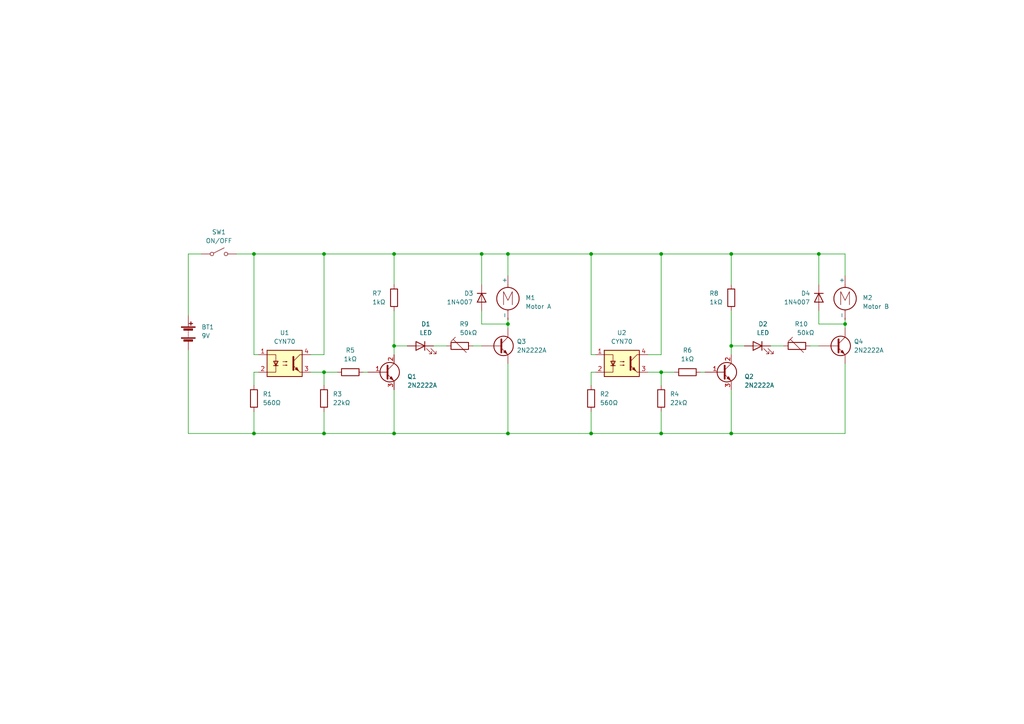
<source format=kicad_sch>
(kicad_sch (version 20211123) (generator eeschema)
  (paper "A4")
  (title_block (title "ROBOT SIGUE-LÍNEAS") (date "2023-07-12") (rev "1") (company "E.E.S.T. N° 3 \"DOMINGO FAUSTINO SARMIENTO\""))
  (lib_symbols
    (symbol "Device:Battery" (pin_numbers hide) (pin_names (offset 0) hide)
      (property "Reference" "BT" (at 2.54 2.54 0))
      (property "Value" "Battery" (at 2.54 0 0))
      (symbol "Battery_0_1"
        (rectangle (start -2.032 -1.397) (end 2.032 -1.651) (fill (type outline)))
        (rectangle (start -2.032 1.778) (end 2.032 1.524) (fill (type outline)))
        (rectangle (start -1.3208 -1.9812) (end 1.27 -2.4892) (fill (type outline)))
        (rectangle (start -1.3208 1.1938) (end 1.27 0.6858) (fill (type outline)))
        (polyline (pts (xy 0 -1.524) (xy 0 -1.27)))
        (polyline (pts (xy 0 -1.016) (xy 0 -0.762)))
        (polyline (pts (xy 0 -0.508) (xy 0 -0.254)))
        (polyline (pts (xy 0 0) (xy 0 0.254)))
        (polyline (pts (xy 0 0.508) (xy 0 0.762)))
        (polyline (pts (xy 0 1.778) (xy 0 2.54)))
        (polyline (pts (xy 0.254 2.667) (xy 1.27 2.667)) (stroke (width 0.254)))
        (polyline (pts (xy 0.762 3.175) (xy 0.762 2.159)) (stroke (width 0.254)))
      )
      (symbol "Battery_1_1"
        (pin passive line (at 0 5.08 270) (length 2.54) (name "+") (number "1"))
        (pin passive line (at 0 -5.08 90) (length 2.54) (name "-") (number "2"))
      )
    )
    (symbol "Device:LED" (pin_numbers hide) (pin_names (offset 1.016) hide)
      (property "Reference" "D" (at 0 2.54 0))
      (property "Value" "LED" (at 0 -2.54 0))
      (symbol "LED_0_1"
        (polyline (pts (xy -1.27 -1.27) (xy -1.27 1.27)) (stroke (width 0.254)))
        (polyline (pts (xy -1.27 0) (xy 1.27 0)))
        (polyline (pts (xy 1.27 -1.27) (xy 1.27 1.27) (xy -1.27 0) (xy 1.27 -1.27)) (stroke (width 0.254)))
        (polyline (pts (xy -3.048 -0.762) (xy -4.572 -2.286) (xy -3.81 -2.286) (xy -4.572 -2.286) (xy -4.572 -1.524)))
        (polyline (pts (xy -1.778 -0.762) (xy -3.302 -2.286) (xy -2.54 -2.286) (xy -3.302 -2.286) (xy -3.302 -1.524)))
      )
      (symbol "LED_1_1"
        (pin passive line (at -3.81 0 0) (length 2.54) (name "K") (number "1"))
        (pin passive line (at 3.81 0 180) (length 2.54) (name "A") (number "2"))
      )
    )
    (symbol "Device:Q_NPN_BCE" (pin_names (offset 0) hide)
      (property "Reference" "Q" (at 5.08 1.27 0))
      (property "Value" "Q_NPN_BCE" (at 5.08 -1.27 0))
      (symbol "Q_NPN_BCE_0_1"
        (polyline (pts (xy 0.635 0.635) (xy 2.54 2.54)))
        (polyline (pts (xy 0.635 -0.635) (xy 2.54 -2.54) (xy 2.54 -2.54)))
        (polyline (pts (xy 0.635 1.905) (xy 0.635 -1.905) (xy 0.635 -1.905)) (stroke (width 0.508)))
        (polyline (pts (xy 1.27 -1.778) (xy 1.778 -1.27) (xy 2.286 -2.286) (xy 1.27 -1.778) (xy 1.27 -1.778)) (fill (type outline)))
        (circle (center 1.27 0) (radius 2.8194) (stroke (width 0.254)))
      )
      (symbol "Q_NPN_BCE_1_1"
        (pin input line (at -5.08 0 0) (length 5.715) (name "B") (number "1"))
        (pin passive line (at 2.54 5.08 270) (length 2.54) (name "C") (number "2"))
        (pin passive line (at 2.54 -5.08 90) (length 2.54) (name "E") (number "3"))
      )
    )
    (symbol "Device:R" (pin_numbers hide) (pin_names (offset 0))
      (property "Reference" "R" (at 2.032 0 90))
      (property "Value" "R" (at 0 0 90))
      (symbol "R_0_1"
        (rectangle (start -1.016 -2.54) (end 1.016 2.54) (stroke (width 0.254)))
      )
      (symbol "R_1_1"
        (pin passive line (at 0 3.81 270) (length 1.27) (name "~") (number "1"))
        (pin passive line (at 0 -3.81 90) (length 1.27) (name "~") (number "2"))
      )
    )
    (symbol "Device:R_Trim" (pin_numbers hide) (pin_names (offset 0))
      (property "Reference" "R" (at 2.54 -2.54 90))
      (property "Value" "R_Trim" (at -2.54 -0.635 90))
      (symbol "R_Trim_0_1"
        (rectangle (start -1.016 -2.54) (end 1.016 2.54) (stroke (width 0.254)))
        (polyline (pts (xy -1.905 -1.905) (xy 1.905 1.905) (xy 2.54 1.27) (xy 1.27 2.54)))
      )
      (symbol "R_Trim_1_1"
        (pin passive line (at 0 3.81 270) (length 1.27) (name "~") (number "1"))
        (pin passive line (at 0 -3.81 90) (length 1.27) (name "~") (number "2"))
      )
    )
    (symbol "Diode:1N4007" (pin_numbers hide) (pin_names hide)
      (property "Reference" "D" (at 0 2.54 0))
      (property "Value" "1N4007" (at 0 -2.54 0))
      (symbol "1N4007_0_1"
        (polyline (pts (xy -1.27 1.27) (xy -1.27 -1.27)) (stroke (width 0.254)))
        (polyline (pts (xy 1.27 0) (xy -1.27 0)))
        (polyline (pts (xy 1.27 1.27) (xy 1.27 -1.27) (xy -1.27 0) (xy 1.27 1.27)) (stroke (width 0.254)))
      )
      (symbol "1N4007_1_1"
        (pin passive line (at -3.81 0 0) (length 2.54) (name "K") (number "1"))
        (pin passive line (at 3.81 0 180) (length 2.54) (name "A") (number "2"))
      )
    )
    (symbol "Isolator:EL817" (pin_names (offset 1.016))
      (property "Reference" "U" (at -5.08 5.08 0))
      (property "Value" "EL817" (at 0 5.08 0))
      (symbol "EL817_0_1"
        (rectangle (start -5.08 3.81) (end 5.08 -3.81) (stroke (width 0.254)) (fill (type background)))
        (polyline (pts (xy -3.175 -0.635) (xy -1.905 -0.635)) (stroke (width 0.254)))
        (polyline (pts (xy 2.54 0.635) (xy 4.445 2.54)))
        (polyline (pts (xy 4.445 -2.54) (xy 2.54 -0.635)) (fill (type outline)))
        (polyline (pts (xy 4.445 -2.54) (xy 5.08 -2.54)))
        (polyline (pts (xy 4.445 2.54) (xy 5.08 2.54)))
        (polyline (pts (xy -5.08 2.54) (xy -2.54 2.54) (xy -2.54 -0.635)))
        (polyline (pts (xy -2.54 -0.635) (xy -2.54 -2.54) (xy -5.08 -2.54)))
        (polyline (pts (xy 2.54 1.905) (xy 2.54 -1.905) (xy 2.54 -1.905)) (stroke (width 0.508)))
        (polyline (pts (xy -2.54 -0.635) (xy -3.175 0.635) (xy -1.905 0.635) (xy -2.54 -0.635)) (stroke (width 0.254)))
        (polyline (pts (xy -0.508 -0.508) (xy 0.762 -0.508) (xy 0.381 -0.635) (xy 0.381 -0.381) (xy 0.762 -0.508)))
        (polyline (pts (xy -0.508 0.508) (xy 0.762 0.508) (xy 0.381 0.381) (xy 0.381 0.635) (xy 0.762 0.508)))
        (polyline (pts (xy 3.048 -1.651) (xy 3.556 -1.143) (xy 4.064 -2.159) (xy 3.048 -1.651) (xy 3.048 -1.651)) (fill (type outline)))
      )
      (symbol "EL817_1_1"
        (pin passive line (at -7.62 2.54 0) (length 2.54) (name "~") (number "1"))
        (pin passive line (at -7.62 -2.54 0) (length 2.54) (name "~") (number "2"))
        (pin passive line (at 7.62 -2.54 180) (length 2.54) (name "~") (number "3"))
        (pin passive line (at 7.62 2.54 180) (length 2.54) (name "~") (number "4"))
      )
    )
    (symbol "Motor:Motor_DC" (pin_numbers hide) (pin_names (offset 0))
      (property "Reference" "M" (at 2.54 2.54 0))
      (property "Value" "Motor_DC" (at 2.54 -5.08 0))
      (symbol "Motor_DC_0_0"
        (polyline (pts (xy -1.27 -3.302) (xy -1.27 0.508) (xy 0 -2.032) (xy 1.27 0.508) (xy 1.27 -3.302)))
      )
      (symbol "Motor_DC_0_1"
        (circle (center 0 -1.524) (radius 3.2512) (stroke (width 0.254)))
        (polyline (pts (xy 0 -7.62) (xy 0 -7.112)))
        (polyline (pts (xy 0 -4.7752) (xy 0 -5.1816)))
        (polyline (pts (xy 0 1.7272) (xy 0 2.0828)))
        (polyline (pts (xy 0 2.032) (xy 0 2.54)))
      )
      (symbol "Motor_DC_1_1"
        (pin passive line (at 0 5.08 270) (length 2.54) (name "+") (number "1"))
        (pin passive line (at 0 -7.62 90) (length 2.54) (name "-") (number "2"))
      )
    )
    (symbol "Q_NPN_BCE_1" (pin_numbers hide) (pin_names (offset 0) hide)
      (property "Reference" "Q" (at 5.08 1.27 0))
      (property "Value" "Q_NPN_BCE_1" (at 5.08 -1.27 0))
      (symbol "Q_NPN_BCE_1_0_1"
        (polyline (pts (xy 0.635 0.635) (xy 2.54 2.54)))
        (polyline (pts (xy 0.635 -0.635) (xy 2.54 -2.54) (xy 2.54 -2.54)))
        (polyline (pts (xy 0.635 1.905) (xy 0.635 -1.905) (xy 0.635 -1.905)) (stroke (width 0.508)))
        (polyline (pts (xy 1.27 -1.778) (xy 1.778 -1.27) (xy 2.286 -2.286) (xy 1.27 -1.778) (xy 1.27 -1.778)) (fill (type outline)))
        (circle (center 1.27 0) (radius 2.8194) (stroke (width 0.254)))
      )
      (symbol "Q_NPN_BCE_1_1_1"
        (pin input line (at -5.08 0 0) (length 5.715) (name "B") (number "1"))
        (pin passive line (at 2.54 5.08 270) (length 2.54) (name "C") (number "2"))
        (pin passive line (at 2.54 -5.08 90) (length 2.54) (name "E") (number "3"))
      )
    )
    (symbol "Switch:SW_SPST" (pin_numbers hide) (pin_names (offset 0) hide)
      (property "Reference" "SW" (at 0 3.175 0))
      (property "Value" "SW_SPST" (at 0 -2.54 0))
      (symbol "SW_SPST_0_0"
        (circle (center -2.032 0) (radius 0.508))
        (polyline (pts (xy -1.524 0.254) (xy 1.524 1.778)))
        (circle (center 2.032 0) (radius 0.508))
      )
      (symbol "SW_SPST_1_1"
        (pin passive line (at -5.08 0 0) (length 2.54) (name "A") (number "1"))
        (pin passive line (at 5.08 0 180) (length 2.54) (name "B") (number "2"))
      )
    )
  )
  (junction (at 114.3 100.33))
  (junction (at 114.3 125.73))
  (junction (at 139.7 73.66))
  (junction (at 191.77 125.73))
  (junction (at 212.09 125.73))
  (junction (at 171.45 125.73))
  (junction (at 171.45 73.66))
  (junction (at 191.77 107.95))
  (junction (at 93.98 73.66))
  (junction (at 114.3 73.66))
  (junction (at 147.32 93.98))
  (junction (at 147.32 73.66))
  (junction (at 93.98 125.73))
  (junction (at 73.66 125.73))
  (junction (at 237.49 73.66))
  (junction (at 245.11 93.98))
  (junction (at 93.98 107.95))
  (junction (at 73.66 73.66))
  (junction (at 191.77 73.66))
  (junction (at 212.09 73.66))
  (junction (at 147.32 125.73))
  (junction (at 212.09 100.33))
  (wire (pts (xy 223.52 100.33) (xy 227.33 100.33)))
  (wire (pts (xy 171.45 119.38) (xy 171.45 125.73)))
  (wire (pts (xy 212.09 125.73) (xy 191.77 125.73)))
  (wire (pts (xy 93.98 73.66) (xy 93.98 102.87)))
  (wire (pts (xy 73.66 125.73) (xy 93.98 125.73)))
  (wire (pts (xy 191.77 107.95) (xy 191.77 111.76)))
  (wire (pts (xy 147.32 93.98) (xy 147.32 95.25)))
  (wire (pts (xy 187.96 107.95) (xy 191.77 107.95)))
  (wire (pts (xy 171.45 125.73) (xy 191.77 125.73)))
  (wire (pts (xy 234.95 100.33) (xy 237.49 100.33)))
  (wire (pts (xy 73.66 119.38) (xy 73.66 125.73)))
  (wire (pts (xy 74.93 107.95) (xy 73.66 107.95)))
  (wire (pts (xy 54.61 101.6) (xy 54.61 125.73)))
  (wire (pts (xy 74.93 102.87) (xy 73.66 102.87)))
  (wire (pts (xy 212.09 113.03) (xy 212.09 125.73)))
  (wire (pts (xy 187.96 102.87) (xy 191.77 102.87)))
  (wire (pts (xy 237.49 73.66) (xy 245.11 73.66)))
  (wire (pts (xy 54.61 91.44) (xy 54.61 73.66)))
  (wire (pts (xy 191.77 73.66) (xy 212.09 73.66)))
  (wire (pts (xy 245.11 80.01) (xy 245.11 73.66)))
  (wire (pts (xy 212.09 100.33) (xy 215.9 100.33)))
  (wire (pts (xy 139.7 73.66) (xy 147.32 73.66)))
  (wire (pts (xy 68.58 73.66) (xy 73.66 73.66)))
  (wire (pts (xy 114.3 100.33) (xy 114.3 102.87)))
  (wire (pts (xy 147.32 125.73) (xy 171.45 125.73)))
  (wire (pts (xy 172.72 107.95) (xy 171.45 107.95)))
  (wire (pts (xy 245.11 93.98) (xy 245.11 95.25)))
  (wire (pts (xy 93.98 119.38) (xy 93.98 125.73)))
  (wire (pts (xy 237.49 90.17) (xy 237.49 93.98)))
  (wire (pts (xy 125.73 100.33) (xy 129.54 100.33)))
  (wire (pts (xy 137.16 100.33) (xy 139.7 100.33)))
  (wire (pts (xy 191.77 119.38) (xy 191.77 125.73)))
  (wire (pts (xy 203.2 107.95) (xy 204.47 107.95)))
  (wire (pts (xy 147.32 92.71) (xy 147.32 93.98)))
  (wire (pts (xy 172.72 102.87) (xy 171.45 102.87)))
  (wire (pts (xy 73.66 107.95) (xy 73.66 111.76)))
  (wire (pts (xy 114.3 113.03) (xy 114.3 125.73)))
  (wire (pts (xy 147.32 80.01) (xy 147.32 73.66)))
  (wire (pts (xy 245.11 105.41) (xy 245.11 125.73)))
  (wire (pts (xy 114.3 125.73) (xy 93.98 125.73)))
  (wire (pts (xy 139.7 73.66) (xy 139.7 82.55)))
  (wire (pts (xy 54.61 125.73) (xy 73.66 125.73)))
  (wire (pts (xy 105.41 107.95) (xy 106.68 107.95)))
  (wire (pts (xy 114.3 73.66) (xy 139.7 73.66)))
  (wire (pts (xy 171.45 73.66) (xy 171.45 102.87)))
  (wire (pts (xy 212.09 82.55) (xy 212.09 73.66)))
  (wire (pts (xy 147.32 73.66) (xy 171.45 73.66)))
  (wire (pts (xy 171.45 73.66) (xy 191.77 73.66)))
  (wire (pts (xy 93.98 73.66) (xy 114.3 73.66)))
  (wire (pts (xy 147.32 105.41) (xy 147.32 125.73)))
  (wire (pts (xy 54.61 73.66) (xy 58.42 73.66)))
  (wire (pts (xy 90.17 102.87) (xy 93.98 102.87)))
  (wire (pts (xy 114.3 90.17) (xy 114.3 100.33)))
  (wire (pts (xy 191.77 73.66) (xy 191.77 102.87)))
  (wire (pts (xy 93.98 107.95) (xy 97.79 107.95)))
  (wire (pts (xy 212.09 100.33) (xy 212.09 102.87)))
  (wire (pts (xy 139.7 90.17) (xy 139.7 93.98)))
  (wire (pts (xy 73.66 73.66) (xy 73.66 102.87)))
  (wire (pts (xy 171.45 107.95) (xy 171.45 111.76)))
  (wire (pts (xy 212.09 73.66) (xy 237.49 73.66)))
  (wire (pts (xy 191.77 107.95) (xy 195.58 107.95)))
  (wire (pts (xy 212.09 125.73) (xy 245.11 125.73)))
  (wire (pts (xy 139.7 93.98) (xy 147.32 93.98)))
  (wire (pts (xy 90.17 107.95) (xy 93.98 107.95)))
  (wire (pts (xy 114.3 100.33) (xy 118.11 100.33)))
  (wire (pts (xy 245.11 92.71) (xy 245.11 93.98)))
  (wire (pts (xy 237.49 93.98) (xy 245.11 93.98)))
  (wire (pts (xy 73.66 73.66) (xy 93.98 73.66)))
  (wire (pts (xy 237.49 73.66) (xy 237.49 82.55)))
  (wire (pts (xy 114.3 82.55) (xy 114.3 73.66)))
  (wire (pts (xy 212.09 90.17) (xy 212.09 100.33)))
  (wire (pts (xy 114.3 125.73) (xy 147.32 125.73)))
  (wire (pts (xy 93.98 107.95) (xy 93.98 111.76)))
  (symbol (lib_name "Q_NPN_BCE_1") (lib_id "Device:Q_NPN_BCE") (at 242.57 100.33 0) (unit 1)
    (property "Reference" "Q4" (at 247.65 99.0599 0) (effects (justify left)))
    (property "Value" "2N2222A" (at 247.65 101.5999 0) (effects (justify left)))
  )
  (symbol (lib_id "Device:Q_NPN_BCE") (at 111.76 107.95 0) (unit 1)
    (property "Reference" "Q1" (at 118.11 109.22 0) (effects (justify left)))
    (property "Value" "2N2222A" (at 118.11 111.76 0) (effects (justify left)))
  )
  (symbol (lib_id "Device:LED") (at 219.71 100.33 0) (mirror y) (unit 1)
    (property "Reference" "D2" (at 221.2975 93.98 0))
    (property "Value" "LED" (at 221.2975 96.52 0))
  )
  (symbol (lib_id "Diode:1N4007") (at 237.49 86.36 270) (unit 1)
    (property "Reference" "D4" (at 233.68 85.09 90))
    (property "Value" "1N4007" (at 231.14 87.63 90))
    (property "Footprint" "Diode_THT:D_DO-41_SOD81_P10.16mm_Horizontal" (effects hide))
    (property "Datasheet" "http://www.vishay.com/docs/88503/1n4001.pdf" (effects hide))
  )
  (symbol (lib_id "Device:R") (at 171.45 115.57 0) (unit 1)
    (property "Reference" "R2" (at 173.99 114.2999 0) (effects (justify left)))
    (property "Value" "560Ω" (at 173.99 116.8399 0) (effects (justify left)))
  )
  (symbol (lib_id "Device:R_Trim") (at 133.35 100.33 90) (unit 1)
    (property "Reference" "R9" (at 134.62 93.98 90))
    (property "Value" "50kΩ" (at 135.89 96.52 90))
  )
  (symbol (lib_id "Diode:1N4007") (at 139.7 86.36 90) (mirror x) (unit 1)
    (property "Reference" "D3" (at 134.62 85.09 90) (effects (justify right)))
    (property "Value" "1N4007" (at 129.54 87.63 90) (effects (justify right)))
    (property "Footprint" "Diode_THT:D_DO-41_SOD81_P10.16mm_Horizontal" (effects hide))
    (property "Datasheet" "http://www.vishay.com/docs/88503/1n4001.pdf" (effects hide))
  )
  (symbol (lib_id "Device:R") (at 199.39 107.95 90) (unit 1)
    (property "Reference" "R6" (at 199.39 101.6 90))
    (property "Value" "1kΩ" (at 199.39 104.14 90))
  )
  (symbol (lib_id "Device:R") (at 93.98 115.57 0) (unit 1)
    (property "Reference" "R3" (at 96.52 114.2999 0) (effects (justify left)))
    (property "Value" "22kΩ" (at 96.52 116.8399 0) (effects (justify left)))
  )
  (symbol (lib_id "Device:LED") (at 121.92 100.33 0) (mirror y) (unit 1)
    (property "Reference" "D1" (at 123.5075 93.98 0))
    (property "Value" "LED" (at 123.5075 96.52 0))
  )
  (symbol (lib_id "Device:Battery") (at 54.61 96.52 0) (unit 1)
    (property "Reference" "BT1" (at 58.42 94.8689 0) (effects (justify left)))
    (property "Value" "9V" (at 58.42 97.4089 0) (effects (justify left)))
  )
  (symbol (lib_id "Device:R_Trim") (at 231.14 100.33 90) (unit 1)
    (property "Reference" "R10" (at 232.41 93.98 90))
    (property "Value" "50kΩ" (at 233.68 96.52 90))
  )
  (symbol (lib_id "Isolator:EL817") (at 82.55 105.41 0) (unit 1)
    (property "Reference" "U1" (at 82.55 96.52 0))
    (property "Value" "CYN70" (at 82.55 99.06 0))
    (property "Footprint" "Package_DIP:DIP-4_W7.62mm" (effects hide))
    (property "Datasheet" "http://www.everlight.com/file/ProductFile/EL817.pdf" (effects hide))
  )
  (symbol (lib_id "Device:R") (at 101.6 107.95 90) (unit 1)
    (property "Reference" "R5" (at 101.6 101.6 90))
    (property "Value" "1kΩ" (at 101.6 104.14 90))
  )
  (symbol (lib_id "Isolator:EL817") (at 180.34 105.41 0) (unit 1)
    (property "Reference" "U2" (at 180.34 96.52 0))
    (property "Value" "CYN70" (at 180.34 99.06 0))
    (property "Footprint" "Package_DIP:DIP-4_W7.62mm" (effects hide))
    (property "Datasheet" "http://www.everlight.com/file/ProductFile/EL817.pdf" (effects hide))
  )
  (symbol (lib_id "Device:R") (at 73.66 115.57 0) (unit 1)
    (property "Reference" "R1" (at 76.2 114.2999 0) (effects (justify left)))
    (property "Value" "560Ω" (at 76.2 116.8399 0) (effects (justify left)))
  )
  (symbol (lib_id "Device:R") (at 114.3 86.36 0) (unit 1)
    (property "Reference" "R7" (at 107.95 85.09 0) (effects (justify left)))
    (property "Value" "1kΩ" (at 107.95 87.63 0) (effects (justify left)))
  )
  (symbol (lib_id "Motor:Motor_DC") (at 147.32 85.09 0) (unit 1)
    (property "Reference" "M1" (at 152.4 86.3599 0) (effects (justify left)))
    (property "Value" "Motor A" (at 152.4 88.8999 0) (effects (justify left)))
  )
  (symbol (lib_id "Device:Q_NPN_BCE") (at 209.55 107.95 0) (unit 1)
    (property "Reference" "Q2" (at 215.9 109.22 0) (effects (justify left)))
    (property "Value" "2N2222A" (at 215.9 111.76 0) (effects (justify left)))
  )
  (symbol (lib_id "Device:R") (at 191.77 115.57 0) (unit 1)
    (property "Reference" "R4" (at 194.31 114.2999 0) (effects (justify left)))
    (property "Value" "22kΩ" (at 194.31 116.8399 0) (effects (justify left)))
  )
  (symbol (lib_id "Motor:Motor_DC") (at 245.11 85.09 0) (unit 1)
    (property "Reference" "M2" (at 250.19 86.3599 0) (effects (justify left)))
    (property "Value" "Motor B" (at 250.19 88.8999 0) (effects (justify left)))
  )
  (symbol (lib_id "Switch:SW_SPST") (at 63.5 73.66 0) (unit 1)
    (property "Reference" "SW1" (at 63.5 67.31 0))
    (property "Value" "ON/OFF" (at 63.5 69.85 0))
  )
  (symbol (lib_id "Device:R") (at 212.09 86.36 0) (unit 1)
    (property "Reference" "R8" (at 205.74 85.09 0) (effects (justify left)))
    (property "Value" "1kΩ" (at 205.74 87.63 0) (effects (justify left)))
  )
  (symbol (lib_name "Q_NPN_BCE_1") (lib_id "Device:Q_NPN_BCE") (at 144.78 100.33 0) (unit 1)
    (property "Reference" "Q3" (at 149.86 99.0599 0) (effects (justify left)))
    (property "Value" "2N2222A" (at 149.86 101.5999 0) (effects (justify left)))
  )
)
</source>
